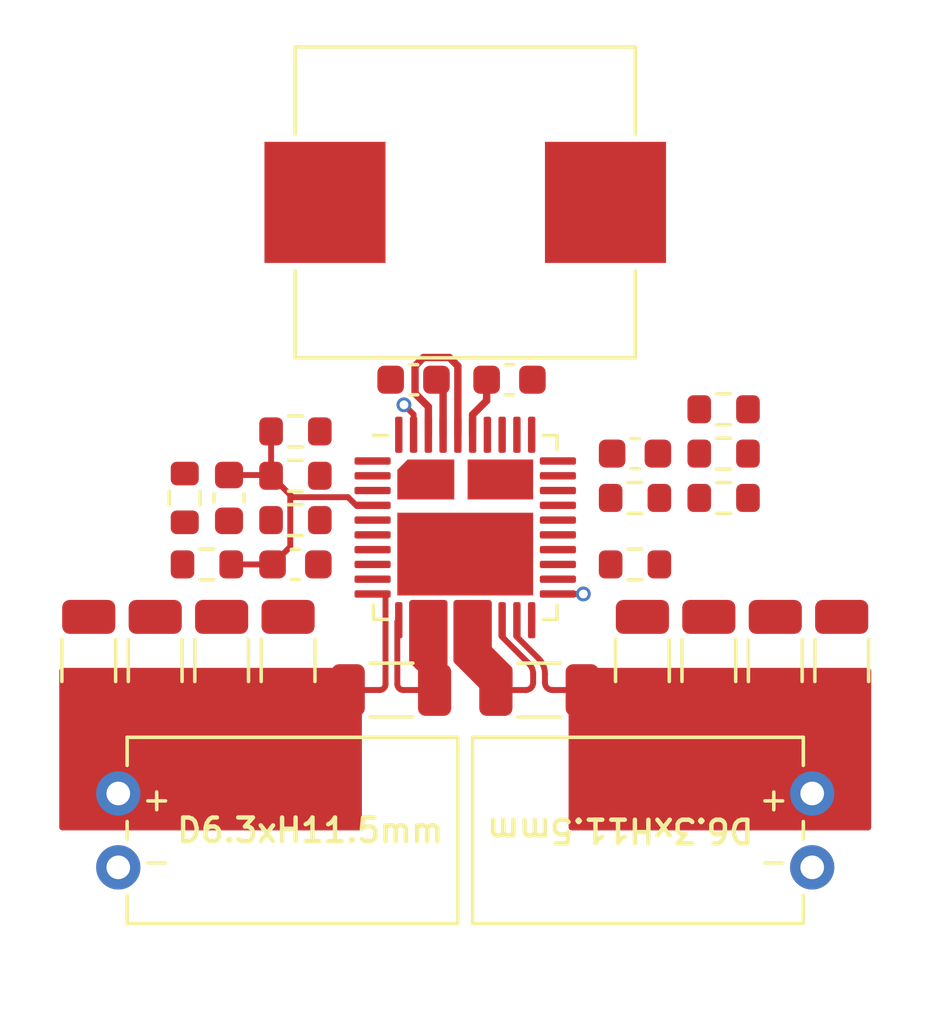
<source format=kicad_pcb>
(kicad_pcb (version 20221018) (generator pcbnew)
  (layers (0 "F.Cu" signal) (31 "B.Cu" signal) (34 "B.Paste" user) (35 "F.Paste" user) (36 "B.SilkS" user "B.Silkscreen") (37 "F.SilkS" user "F.Silkscreen") (38 "B.Mask" user) (39 "F.Mask" user) (44 "Edge.Cuts" user))
  (net 0 "")
  (net 1 "/SW1")
  (net 2 "/BT1")
  (net 3 "/SW2")
  (net 4 "/BT2")
  (net 5 "VINP")
  (net 6 "GND")
  (net 7 "VIN")
  (net 8 "/VINC")
  (net 9 "VOUT")
  (net 10 "Net-(C13-Pad1)")
  (net 11 "Net-(U1-NC-Pad31)")
  (net 12 "Net-(U1-VCC)")
  (net 13 "Net-(U1-FREQ)")
  (net 14 "Net-(U1-ILIM_O)")
  (net 15 "Net-(U1-COMP)")
  (net 16 "/FB")
  (net 17 "Net-(U1-ILIM_I)")
  (net 18 "+3V3")
  (net 19 "/INACT")
  (net 20 "Net-(U1-MODE)")
  (net 21 "/VPWM")
  (net 22 "Net-(U1-LD2)")
  (net 23 "/~{SC8903_EN}")
  (net 24 "VOUTP")
  (footprint "Inductor_SMD:L_Sunlord_MWSA1004S" (layer "F.Cu") (at 125 55.75 180)
    (fp_text reference "L1" hide)
    (fp_text value "6u8")
    (fp_line (start -5.76 -5.26) (end -5.76 -2.31) (stroke (width 0.12)) (layer "F.SilkS"))
    (fp_line (start -5.76 -5.26) (end 5.76 -5.26) (stroke (width 0.12)) (layer "F.SilkS"))
    (fp_line (start -5.76 5.26) (end -5.76 2.31) (stroke (width 0.12)) (layer "F.SilkS"))
    (fp_line (start -5.76 5.26) (end 5.76 5.26) (stroke (width 0.12)) (layer "F.SilkS"))
    (fp_line (start 5.76 -5.26) (end 5.76 -2.31) (stroke (width 0.12)) (layer "F.SilkS"))
    (fp_line (start 5.76 5.26) (end 5.76 2.31) (stroke (width 0.12)) (layer "F.SilkS"))
    (pad "1" smd rect (at -4.75 0 180) (size 4.1 4.1) (layers "F.Cu" "F.Paste" "F.Mask") (net 1 "/SW1"))
    (pad "2" smd rect (at 4.75 0 180) (size 4.1 4.1) (layers "F.Cu" "F.Paste" "F.Mask") (net 3 "/SW2"))
  )
  (footprint "Capacitor_SMD:C_0603_1608Metric" (layer "F.Cu") (at 117 65.75 90)
    (fp_text reference "C13" hide)
    (fp_text value "15n")
    (fp_line (start -0.14058 -0.51) (end 0.14058 -0.51) (stroke (width 0.12)) (layer "F.SilkS"))
    (fp_line (start -0.14058 0.51) (end 0.14058 0.51) (stroke (width 0.12)) (layer "F.SilkS"))
    (pad "1" smd roundrect (at -0.775 0 90) (size 0.9 0.95) (layers "F.Cu" "F.Paste" "F.Mask") (net 10 "Net-(C13-Pad1)"))
    (pad "2" smd roundrect (at 0.775 0 90) (size 0.9 0.95) (layers "F.Cu" "F.Paste" "F.Mask") (net 6 "GND"))
  )
  (footprint "Capacitor_SMD:C_0603_1608Metric" (layer "F.Cu") (at 119.25 68 180)
    (fp_text reference "C14" hide)
    (fp_text value "1u")
    (fp_line (start -0.14058 -0.51) (end 0.14058 -0.51) (stroke (width 0.12)) (layer "F.SilkS"))
    (fp_line (start -0.14058 0.51) (end 0.14058 0.51) (stroke (width 0.12)) (layer "F.SilkS"))
    (pad "1" smd roundrect (at -0.775 0 180) (size 0.9 0.95) (layers "F.Cu" "F.Paste" "F.Mask") (net 24 "VOUTP"))
    (pad "2" smd roundrect (at 0.775 0 180) (size 0.9 0.95) (layers "F.Cu" "F.Paste" "F.Mask") (net 6 "GND"))
  )
  (footprint "Capacitor_SMD:C_1206_3216Metric" (layer "F.Cu") (at 137.75 71.25 90)
    (fp_text reference "C6" hide)
    (fp_text value "10u")
    (fp_line (start -0.711252 -0.91) (end 0.711252 -0.91) (stroke (width 0.12)) (layer "F.SilkS"))
    (fp_line (start -0.711252 0.91) (end 0.711252 0.91) (stroke (width 0.12)) (layer "F.SilkS"))
    (pad "1" smd roundrect (at -1.475 0 90) (size 1.15 1.8) (layers "F.Cu" "F.Paste" "F.Mask") (roundrect_rratio 0.217391) (net 7 "VIN"))
    (pad "2" smd roundrect (at 1.475 0 90) (size 1.15 1.8) (layers "F.Cu" "F.Paste" "F.Mask") (roundrect_rratio 0.217391) (net 6 "GND"))
  )
  (footprint "Capacitor_SMD:C_1206_3216Metric" (layer "F.Cu") (at 135.5 71.25 90)
    (fp_text reference "C5" hide)
    (fp_text value "10u")
    (fp_line (start -0.711252 -0.91) (end 0.711252 -0.91) (stroke (width 0.12)) (layer "F.SilkS"))
    (fp_line (start -0.711252 0.91) (end 0.711252 0.91) (stroke (width 0.12)) (layer "F.SilkS"))
    (pad "1" smd roundrect (at -1.475 0 90) (size 1.15 1.8) (layers "F.Cu" "F.Paste" "F.Mask") (roundrect_rratio 0.217391) (net 7 "VIN"))
    (pad "2" smd roundrect (at 1.475 0 90) (size 1.15 1.8) (layers "F.Cu" "F.Paste" "F.Mask") (roundrect_rratio 0.217391) (net 6 "GND"))
  )
  (footprint "Resistor_SMD:R_0603_1608Metric" (layer "F.Cu") (at 116.25 68)
    (fp_text reference "R8" hide)
    (fp_text value "9k1")
    (fp_line (start -0.237258 -0.5225) (end 0.237258 -0.5225) (stroke (width 0.12)) (layer "F.SilkS"))
    (fp_line (start -0.237258 0.5225) (end 0.237258 0.5225) (stroke (width 0.12)) (layer "F.SilkS"))
    (pad "1" smd roundrect (at -0.825 0) (size 0.8 0.95) (layers "F.Cu" "F.Paste" "F.Mask") (net 16 "/FB"))
    (pad "2" smd roundrect (at 0.825 0) (size 0.8 0.95) (layers "F.Cu" "F.Paste" "F.Mask") (net 6 "GND"))
  )
  (footprint "Resistor_SMD:R_1206_3216Metric" (layer "F.Cu") (at 127.5 72.25 180)
    (fp_text reference "R3" hide)
    (fp_text value "5mR")
    (fp_line (start -0.727064 -0.91) (end 0.727064 -0.91) (stroke (width 0.12)) (layer "F.SilkS"))
    (fp_line (start -0.727064 0.91) (end 0.727064 0.91) (stroke (width 0.12)) (layer "F.SilkS"))
    (pad "1" smd roundrect (at -1.4625 0 180) (size 1.125 1.75) (layers "F.Cu" "F.Paste" "F.Mask") (roundrect_rratio 0.222222) (net 7 "VIN"))
    (pad "2" smd roundrect (at 1.4625 0 180) (size 1.125 1.75) (layers "F.Cu" "F.Paste" "F.Mask") (roundrect_rratio 0.222222) (net 5 "VINP"))
  )
  (footprint "Resistor_SMD:R_0603_1608Metric" (layer "F.Cu") (at 119.25 66.5 180)
    (fp_text reference "R6" hide)
    (fp_text value "15k")
    (fp_line (start -0.237258 -0.5225) (end 0.237258 -0.5225) (stroke (width 0.12)) (layer "F.SilkS"))
    (fp_line (start -0.237258 0.5225) (end 0.237258 0.5225) (stroke (width 0.12)) (layer "F.SilkS"))
    (pad "1" smd roundrect (at -0.825 0 180) (size 0.8 0.95) (layers "F.Cu" "F.Paste" "F.Mask") (net 15 "Net-(U1-COMP)"))
    (pad "2" smd roundrect (at 0.825 0 180) (size 0.8 0.95) (layers "F.Cu" "F.Paste" "F.Mask") (net 10 "Net-(C13-Pad1)"))
  )
  (footprint "Resistor_SMD:R_0603_1608Metric" (layer "F.Cu") (at 119.25 63.5 180)
    (fp_text reference "R2" hide)
    (fp_text value "0R")
    (fp_line (start -0.237258 -0.5225) (end 0.237258 -0.5225) (stroke (width 0.12)) (layer "F.SilkS"))
    (fp_line (start -0.237258 0.5225) (end 0.237258 0.5225) (stroke (width 0.12)) (layer "F.SilkS"))
    (pad "1" smd roundrect (at -0.825 0 180) (size 0.8 0.95) (layers "F.Cu" "F.Paste" "F.Mask") (net 13 "Net-(U1-FREQ)"))
    (pad "2" smd roundrect (at 0.825 0 180) (size 0.8 0.95) (layers "F.Cu" "F.Paste" "F.Mask") (net 6 "GND"))
  )
  (footprint "Resistor_SMD:R_0603_1608Metric" (layer "F.Cu") (at 115.5 65.75 -90)
    (fp_text reference "R7" hide)
    (fp_text value "160k")
    (fp_line (start -0.237258 -0.5225) (end 0.237258 -0.5225) (stroke (width 0.12)) (layer "F.SilkS"))
    (fp_line (start -0.237258 0.5225) (end 0.237258 0.5225) (stroke (width 0.12)) (layer "F.SilkS"))
    (pad "1" smd roundrect (at -0.825 0 270) (size 0.8 0.95) (layers "F.Cu" "F.Paste" "F.Mask") (net 9 "VOUT"))
    (pad "2" smd roundrect (at 0.825 0 270) (size 0.8 0.95) (layers "F.Cu" "F.Paste" "F.Mask") (net 16 "/FB"))
  )
  (footprint "Capacitor_SMD:C_0603_1608Metric" (layer "F.Cu") (at 126.5 61.75)
    (fp_text reference "C1" hide)
    (fp_text value "0u1")
    (fp_line (start -0.14058 -0.51) (end 0.14058 -0.51) (stroke (width 0.12)) (layer "F.SilkS"))
    (fp_line (start -0.14058 0.51) (end 0.14058 0.51) (stroke (width 0.12)) (layer "F.SilkS"))
    (pad "1" smd roundrect (at -0.775 0) (size 0.9 0.95) (layers "F.Cu" "F.Paste" "F.Mask") (net 1 "/SW1"))
    (pad "2" smd roundrect (at 0.775 0) (size 0.9 0.95) (layers "F.Cu" "F.Paste" "F.Mask") (net 2 "/BT1"))
  )
  (footprint "Capacitor_SMD:C_1206_3216Metric" (layer "F.Cu") (at 116.75 71.25 90)
    (fp_text reference "C9" hide)
    (fp_text value "10u")
    (fp_line (start -0.711252 -0.91) (end 0.711252 -0.91) (stroke (width 0.12)) (layer "F.SilkS"))
    (fp_line (start -0.711252 0.91) (end 0.711252 0.91) (stroke (width 0.12)) (layer "F.SilkS"))
    (pad "1" smd roundrect (at -1.475 0 90) (size 1.15 1.8) (layers "F.Cu" "F.Paste" "F.Mask") (roundrect_rratio 0.217391) (net 9 "VOUT"))
    (pad "2" smd roundrect (at 1.475 0 90) (size 1.15 1.8) (layers "F.Cu" "F.Paste" "F.Mask") (roundrect_rratio 0.217391) (net 6 "GND"))
  )
  (footprint "Resistor_SMD:R_0603_1608Metric" (layer "F.Cu") (at 130.75 65.75 180)
    (fp_text reference "R10" hide)
    (fp_text value "47k")
    (fp_line (start -0.237258 -0.5225) (end 0.237258 -0.5225) (stroke (width 0.12)) (layer "F.SilkS"))
    (fp_line (start -0.237258 0.5225) (end 0.237258 0.5225) (stroke (width 0.12)) (layer "F.SilkS"))
    (pad "1" smd roundrect (at -0.825 0 180) (size 0.8 0.95) (layers "F.Cu" "F.Paste" "F.Mask") (net 18 "+3V3"))
    (pad "2" smd roundrect (at 0.825 0 180) (size 0.8 0.95) (layers "F.Cu" "F.Paste" "F.Mask") (net 19 "/INACT"))
  )
  (footprint "Resistor_SMD:R_0603_1608Metric" (layer "F.Cu") (at 133.75 62.75)
    (fp_text reference "R12" hide)
    (fp_text value "200k")
    (fp_line (start -0.237258 -0.5225) (end 0.237258 -0.5225) (stroke (width 0.12)) (layer "F.SilkS"))
    (fp_line (start -0.237258 0.5225) (end 0.237258 0.5225) (stroke (width 0.12)) (layer "F.SilkS"))
    (pad "1" smd roundrect (at -0.825 0) (size 0.8 0.95) (layers "F.Cu" "F.Paste" "F.Mask") (net 21 "/VPWM"))
    (pad "2" smd roundrect (at 0.825 0) (size 0.8 0.95) (layers "F.Cu" "F.Paste" "F.Mask") (net 6 "GND"))
  )
  (footprint "Capacitor_SMD:C_0603_1608Metric" (layer "F.Cu") (at 130.75 64.25)
    (fp_text reference "C15" hide)
    (fp_text value "1u")
    (fp_line (start -0.14058 -0.51) (end 0.14058 -0.51) (stroke (width 0.12)) (layer "F.SilkS"))
    (fp_line (start -0.14058 0.51) (end 0.14058 0.51) (stroke (width 0.12)) (layer "F.SilkS"))
    (pad "1" smd roundrect (at -0.775 0) (size 0.9 0.95) (layers "F.Cu" "F.Paste" "F.Mask") (net 12 "Net-(U1-VCC)"))
    (pad "2" smd roundrect (at 0.775 0) (size 0.9 0.95) (layers "F.Cu" "F.Paste" "F.Mask") (net 6 "GND"))
  )
  (footprint "Resistor_SMD:R_1206_3216Metric" (layer "F.Cu") (at 122.5 72.25 180)
    (fp_text reference "R4" hide)
    (fp_text value "5mR")
    (fp_line (start -0.727064 -0.91) (end 0.727064 -0.91) (stroke (width 0.12)) (layer "F.SilkS"))
    (fp_line (start -0.727064 0.91) (end 0.727064 0.91) (stroke (width 0.12)) (layer "F.SilkS"))
    (pad "1" smd roundrect (at -1.4625 0 180) (size 1.125 1.75) (layers "F.Cu" "F.Paste" "F.Mask") (roundrect_rratio 0.222222) (net 24 "VOUTP"))
    (pad "2" smd roundrect (at 1.4625 0 180) (size 1.125 1.75) (layers "F.Cu" "F.Paste" "F.Mask") (roundrect_rratio 0.222222) (net 9 "VOUT"))
  )
  (footprint "AEX7 MOS:Cap_Al_D6.3xH11.5mm_Hor_Flip" (layer "F.Cu") (at 136.75 77 180)
    (fp_text reference "C11" hide)
    (fp_text value "220u, 35V")
    (fp_text user "D6.3xH11.5mm" (at 6.5 0 180 unlocked) (layer "F.SilkS") (effects (font (size 0.8 0.8))))
    (fp_line (start 0.3 -3.15) (end 0.3 -2.2) (stroke (width 0.12)) (layer "F.SilkS"))
    (fp_line (start 0.3 -3.15) (end 11.5 -3.15) (stroke (width 0.12)) (layer "F.SilkS"))
    (fp_line (start 0.3 -0.3) (end 0.3 0.3) (stroke (width 0.12)) (layer "F.SilkS"))
    (fp_line (start 0.3 3.15) (end 0.3 2.2) (stroke (width 0.12)) (layer "F.SilkS"))
    (fp_line (start 1.3 0.7) (end 1.3 1.3) (stroke (width 0.12)) (layer "F.SilkS"))
    (fp_line (start 1.6 -1.1) (end 1 -1.1) (stroke (width 0.12)) (layer "F.SilkS"))
    (fp_line (start 1.6 1) (end 1 1) (stroke (width 0.12)) (layer "F.SilkS"))
    (fp_line (start 11.5 -3.15) (end 11.5 3.15) (stroke (width 0.12)) (layer "F.SilkS"))
    (fp_line (start 11.5 3.15) (end 0.3 3.15) (stroke (width 0.12)) (layer "F.SilkS"))
    (pad "1" thru_hole circle (at 0 1.25) (size 1.5 1.5) (drill 0.8) (layers "*.Cu" "*.Mask") (net 7 "VIN"))
    (pad "2" thru_hole circle (at 0 -1.25) (size 1.5 1.5) (drill 0.8) (layers "*.Cu" "*.Mask") (net 6 "GND"))
  )
  (footprint "Resistor_SMD:R_0603_1608Metric" (layer "F.Cu") (at 133.75 65.75)
    (fp_text reference "R9" hide)
    (fp_text value "47k")
    (fp_line (start -0.237258 -0.5225) (end 0.237258 -0.5225) (stroke (width 0.12)) (layer "F.SilkS"))
    (fp_line (start -0.237258 0.5225) (end 0.237258 0.5225) (stroke (width 0.12)) (layer "F.SilkS"))
    (pad "1" smd roundrect (at -0.825 0) (size 0.8 0.95) (layers "F.Cu" "F.Paste" "F.Mask") (net 17 "Net-(U1-ILIM_I)"))
    (pad "2" smd roundrect (at 0.825 0) (size 0.8 0.95) (layers "F.Cu" "F.Paste" "F.Mask") (net 6 "GND"))
  )
  (footprint "Resistor_SMD:R_0603_1608Metric" (layer "F.Cu") (at 133.75 64.25)
    (fp_text reference "R11" hide)
    (fp_text value "NC")
    (fp_line (start -0.237258 -0.5225) (end 0.237258 -0.5225) (stroke (width 0.12)) (layer "F.SilkS"))
    (fp_line (start -0.237258 0.5225) (end 0.237258 0.5225) (stroke (width 0.12)) (layer "F.SilkS"))
    (pad "1" smd roundrect (at -0.825 0) (size 0.8 0.95) (layers "F.Cu" "F.Paste" "F.Mask") (net 20 "Net-(U1-MODE)"))
    (pad "2" smd roundrect (at 0.825 0) (size 0.8 0.95) (layers "F.Cu" "F.Paste" "F.Mask") (net 6 "GND"))
  )
  (footprint "Capacitor_SMD:C_1206_3216Metric" (layer "F.Cu") (at 112.25 71.25 90)
    (fp_text reference "C7" hide)
    (fp_text value "10u")
    (fp_line (start -0.711252 -0.91) (end 0.711252 -0.91) (stroke (width 0.12)) (layer "F.SilkS"))
    (fp_line (start -0.711252 0.91) (end 0.711252 0.91) (stroke (width 0.12)) (layer "F.SilkS"))
    (pad "1" smd roundrect (at -1.475 0 90) (size 1.15 1.8) (layers "F.Cu" "F.Paste" "F.Mask") (roundrect_rratio 0.217391) (net 9 "VOUT"))
    (pad "2" smd roundrect (at 1.475 0 90) (size 1.15 1.8) (layers "F.Cu" "F.Paste" "F.Mask") (roundrect_rratio 0.217391) (net 6 "GND"))
  )
  (footprint "Capacitor_SMD:C_0603_1608Metric" (layer "F.Cu") (at 123.25 61.75)
    (fp_text reference "C2" hide)
    (fp_text value "0u1")
    (fp_line (start -0.14058 -0.51) (end 0.14058 -0.51) (stroke (width 0.12)) (layer "F.SilkS"))
    (fp_line (start -0.14058 0.51) (end 0.14058 0.51) (stroke (width 0.12)) (layer "F.SilkS"))
    (pad "1" smd roundrect (at -0.775 0) (size 0.9 0.95) (layers "F.Cu" "F.Paste" "F.Mask") (net 3 "/SW2"))
    (pad "2" smd roundrect (at 0.775 0) (size 0.9 0.95) (layers "F.Cu" "F.Paste" "F.Mask") (net 4 "/BT2"))
  )
  (footprint "Capacitor_SMD:C_1206_3216Metric" (layer "F.Cu") (at 114.5 71.25 90)
    (fp_text reference "C8" hide)
    (fp_text value "10u")
    (fp_line (start -0.711252 -0.91) (end 0.711252 -0.91) (stroke (width 0.12)) (layer "F.SilkS"))
    (fp_line (start -0.711252 0.91) (end 0.711252 0.91) (stroke (width 0.12)) (layer "F.SilkS"))
    (pad "1" smd roundrect (at -1.475 0 90) (size 1.15 1.8) (layers "F.Cu" "F.Paste" "F.Mask") (roundrect_rratio 0.217391) (net 9 "VOUT"))
    (pad "2" smd roundrect (at 1.475 0 90) (size 1.15 1.8) (layers "F.Cu" "F.Paste" "F.Mask") (roundrect_rratio 0.217391) (net 6 "GND"))
  )
  (footprint "AEX7 Others:QFN-40L(SC8903)" (layer "F.Cu") (at 125 66.75)
    (fp_text reference "U1" hide)
    (fp_text value "SC8903")
    (fp_line (start -3.11 3.11) (end -3.11 2.635) (stroke (width 0.12)) (layer "F.SilkS"))
    (fp_line (start -2.635 -3.11) (end -3.11 -3.11) (stroke (width 0.12)) (layer "F.SilkS"))
    (fp_line (start -2.635 3.11) (end -3.11 3.11) (stroke (width 0.12)) (layer "F.SilkS"))
    (fp_line (start 2.635 -3.11) (end 3.11 -3.11) (stroke (width 0.12)) (layer "F.SilkS"))
    (fp_line (start 2.635 3.11) (end 3.11 3.11) (stroke (width 0.12)) (layer "F.SilkS"))
    (fp_line (start 3.11 -3.11) (end 3.11 -2.635) (stroke (width 0.12)) (layer "F.SilkS"))
    (fp_line (start 3.11 3.11) (end 3.11 2.635) (stroke (width 0.12)) (layer "F.SilkS"))
    (pad "1" smd roundrect (at -3.1375 -2.25) (size 1.225 0.25) (layers "F.Cu" "F.Paste" "F.Mask") (net 3 "/SW2"))
    (pad "1" smd custom (at -1.335 -1.625) (size 1 1) (layers "F.Cu" "F.Paste" "F.Mask") (net 3 "/SW2") (options (clearance outline) (anchor rect)) (primitives (gr_poly (pts (xy 0.965 0.675) (xy -0.965 0.675) (xy -0.965 -0.325) (xy -0.615 -0.675) (xy 0.965 -0.675)) (width 0) (fill yes))))
    (pad "2" smd roundrect (at -3.1375 -1.75) (size 1.225 0.25) (layers "F.Cu" "F.Paste" "F.Mask") (net 3 "/SW2"))
    (pad "3" smd roundrect (at -3.1375 -1.25) (size 1.225 0.25) (layers "F.Cu" "F.Paste" "F.Mask") (net 13 "Net-(U1-FREQ)"))
    (pad "4" smd roundrect (at -3.1375 -0.75) (size 1.225 0.25) (layers "F.Cu" "F.Paste" "F.Mask") (net 6 "GND"))
    (pad "5" smd roundrect (at -3.1375 -0.25) (size 1.225 0.25) (layers "F.Cu" "F.Paste" "F.Mask") (net 11 "Net-(U1-NC-Pad31)"))
    (pad "6" smd roundrect (at -3.1375 0.25) (size 1.225 0.25) (layers "F.Cu" "F.Paste" "F.Mask") (net 14 "Net-(U1-ILIM_O)"))
    (pad "7" smd roundrect (at -3.1375 0.75) (size 1.225 0.25) (layers "F.Cu" "F.Paste" "F.Mask") (net 15 "Net-(U1-COMP)"))
    (pad "8" smd roundrect (at -3.1375 1.25) (size 1.225 0.25) (layers "F.Cu" "F.Paste" "F.Mask") (net 16 "/FB"))
    (pad "9" smd roundrect (at -3.1375 1.75) (size 1.225 0.25) (layers "F.Cu" "F.Paste" "F.Mask") (net 24 "VOUTP"))
    (pad "10" smd roundrect (at -3.1375 2.25) (size 1.225 0.25) (layers "F.Cu" "F.Paste" "F.Mask") (net 9 "VOUT"))
    (pad "11" smd roundrect (at -2.25 3.1375) (size 0.25 1.225) (layers "F.Cu" "F.Paste" "F.Mask") (net 24 "VOUTP"))
    (pad "12" smd roundrect (at -1.75 3.1375) (size 0.25 1.225) (layers "F.Cu" "F.Paste" "F.Mask") (net 24 "VOUTP"))
    (pad "13" smd roundrect (at -1.25 3.1375) (size 0.25 1.225) (layers "F.Cu" "F.Paste" "F.Mask") (net 24 "VOUTP"))
    (pad "14" smd roundrect (at -0.75 3.1375) (size 0.25 1.225) (layers "F.Cu" "F.Paste" "F.Mask") (net 24 "VOUTP"))
    (pad "15" smd roundrect (at -0.25 3.1375) (size 0.25 1.225) (layers "F.Cu" "F.Paste" "F.Mask") (net 5 "VINP"))
    (pad "16" smd roundrect (at 0.25 3.1375) (size 0.25 1.225) (layers "F.Cu" "F.Paste" "F.Mask") (net 5 "VINP"))
    (pad "17" smd roundrect (at 0.75 3.1375) (size 0.25 1.225) (layers "F.Cu" "F.Paste" "F.Mask") (net 5 "VINP"))
    (pad "18" smd roundrect (at 1.25 3.1375) (size 0.25 1.225) (layers "F.Cu" "F.Paste" "F.Mask") (net 5 "VINP"))
    (pad "19" smd roundrect (at 1.75 3.1375) (size 0.25 1.225) (layers "F.Cu" "F.Paste" "F.Mask") (net 7 "VIN"))
    (pad "20" smd rect (at 0 0.9) (size 4.6 2.8) (layers "F.Cu" "F.Paste" "F.Mask") (net 6 "GND"))
    (pad "20" smd roundrect (at 2.25 3.1375) (size 0.25 1.225) (layers "F.Cu" "F.Paste" "F.Mask") (net 6 "GND"))
    (pad "21" smd roundrect (at 3.1375 2.25) (size 1.225 0.25) (layers "F.Cu" "F.Paste" "F.Mask") (net 23 "/~{SC8903_EN}"))
    (pad "22" smd roundrect (at 3.1375 1.75) (size 1.225 0.25) (layers "F.Cu" "F.Paste" "F.Mask") (net 8 "/VINC"))
    (pad "23" smd roundrect (at 3.1375 1.25) (size 1.225 0.25) (layers "F.Cu" "F.Paste" "F.Mask") (net 6 "GND"))
    (pad "24" smd roundrect (at 3.1375 0.75) (size 1.225 0.25) (layers "F.Cu" "F.Paste" "F.Mask") (net 6 "GND"))
    (pad "25" smd roundrect (at 3.1375 0.25) (size 1.225 0.25) (layers "F.Cu" "F.Paste" "F.Mask") (net 6 "GND"))
    (pad "26" smd roundrect (at 3.1375 -0.25) (size 1.225 0.25) (layers "F.Cu" "F.Paste" "F.Mask") (net 6 "GND"))
    (pad "27" smd roundrect (at 3.1375 -0.75) (size 1.225 0.25) (layers "F.Cu" "F.Paste" "F.Mask") (net 17 "Net-(U1-ILIM_I)"))
    (pad "28" smd roundrect (at 3.1375 -1.25) (size 1.225 0.25) (layers "F.Cu" "F.Paste" "F.Mask") (net 19 "/INACT"))
    (pad "29" smd roundrect (at 3.1375 -1.75) (size 1.225 0.25) (layers "F.Cu" "F.Paste" "F.Mask") (net 20 "Net-(U1-MODE)"))
    (pad "30" smd roundrect (at 3.1375 -2.25) (size 1.225 0.25) (layers "F.Cu" "F.Paste" "F.Mask") (net 12 "Net-(U1-VCC)"))
    (pad "31" smd roundrect (at 2.25 -3.1375) (size 0.25 1.225) (layers "F.Cu" "F.Paste" "F.Mask") (net 11 "Net-(U1-NC-Pad31)"))
    (pad "32" smd roundrect (at 1.75 -3.1375) (size 0.25 1.225) (layers "F.Cu" "F.Paste" "F.Mask") (net 2 "/BT1"))
    (pad "33" smd rect (at 1.19 -1.625) (size 2.22 1.35) (layers "F.Cu" "F.Paste" "F.Mask") (net 1 "/SW1"))
    (pad "33" smd roundrect (at 1.25 -3.1375) (size 0.25 1.225) (layers "F.Cu" "F.Paste" "F.Mask") (net 1 "/SW1"))
    (pad "34" smd roundrect (at 0.75 -3.1375) (size 0.25 1.225) (layers "F.Cu" "F.Paste" "F.Mask") (net 1 "/SW1"))
    (pad "35" smd roundrect (at 0.25 -3.1375) (size 0.25 1.225) (layers "F.Cu" "F.Paste" "F.Mask") (net 1 "/SW1"))
    (pad "36" smd roundrect (at -0.25 -3.1375) (size 0.25 1.225) (layers "F.Cu" "F.Paste" "F.Mask") (net 22 "Net-(U1-LD2)"))
    (pad "37" smd roundrect (at -0.75 -3.1375) (size 0.25 1.225) (layers "F.Cu" "F.Paste" "F.Mask") (net 4 "/BT2"))
    (pad "38" smd roundrect (at -1.25 -3.1375) (size 0.25 1.225) (layers "F.Cu" "F.Paste" "F.Mask") (net 22 "Net-(U1-LD2)"))
    (pad "39" smd roundrect (at -1.75 -3.1375) (size 0.25 1.225) (layers "F.Cu" "F.Paste" "F.Mask") (net 21 "/VPWM"))
    (pad "40" smd roundrect (at -2.25 -3.1375) (size 0.25 1.225) (layers "F.Cu" "F.Paste" "F.Mask") (net 3 "/SW2"))
  )
  (footprint "Resistor_SMD:R_0603_1608Metric" (layer "F.Cu") (at 119.25 65 180)
    (fp_text reference "R5" hide)
    (fp_text value "47k")
    (fp_line (start -0.237258 -0.5225) (end 0.237258 -0.5225) (stroke (width 0.12)) (layer "F.SilkS"))
    (fp_line (start -0.237258 0.5225) (end 0.237258 0.5225) (stroke (width 0.12)) (layer "F.SilkS"))
    (pad "1" smd roundrect (at -0.825 0 180) (size 0.8 0.95) (layers "F.Cu" "F.Paste" "F.Mask") (net 14 "Net-(U1-ILIM_O)"))
    (pad "2" smd roundrect (at 0.825 0 180) (size 0.8 0.95) (layers "F.Cu" "F.Paste" "F.Mask") (net 6 "GND"))
  )
  (footprint "AEX7 MOS:Cap_Al_D6.3xH11.5mm_Hor" (layer "F.Cu") (at 113.25 77)
    (fp_text reference "C16" hide)
    (fp_text value "220u, 35V")
    (fp_text user "D6.3xH11.5mm" (at 6.5 0 unlocked) (layer "F.SilkS") (effects (font (size 0.8 0.8))))
    (fp_line (start 0.3 -3.15) (end 0.3 -2.2) (stroke (width 0.12)) (layer "F.SilkS"))
    (fp_line (start 0.3 -3.15) (end 11.5 -3.15) (stroke (width 0.12)) (layer "F.SilkS"))
    (fp_line (start 0.3 -0.3) (end 0.3 0.3) (stroke (width 0.12)) (layer "F.SilkS"))
    (fp_line (start 0.3 3.15) (end 0.3 2.2) (stroke (width 0.12)) (layer "F.SilkS"))
    (fp_line (start 1 -1) (end 1.6 -1) (stroke (width 0.12)) (layer "F.SilkS"))
    (fp_line (start 1 1.1) (end 1.6 1.1) (stroke (width 0.12)) (layer "F.SilkS"))
    (fp_line (start 1.3 -0.7) (end 1.3 -1.3) (stroke (width 0.12)) (layer "F.SilkS"))
    (fp_line (start 11.5 -3.15) (end 11.5 3.15) (stroke (width 0.12)) (layer "F.SilkS"))
    (fp_line (start 11.5 3.15) (end 0.3 3.15) (stroke (width 0.12)) (layer "F.SilkS"))
    (pad "1" thru_hole circle (at 0 -1.25) (size 1.5 1.5) (drill 0.8) (layers "*.Cu" "*.Mask") (net 9 "VOUT"))
    (pad "2" thru_hole circle (at 0 1.25) (size 1.5 1.5) (drill 0.8) (layers "*.Cu" "*.Mask") (net 6 "GND"))
  )
  (footprint "Resistor_SMD:R_0603_1608Metric" (layer "F.Cu") (at 130.75 68 180)
    (fp_text reference "R1" hide)
    (fp_text value "200k")
    (fp_line (start -0.237258 -0.5225) (end 0.237258 -0.5225) (stroke (width 0.12)) (layer "F.SilkS"))
    (fp_line (start -0.237258 0.5225) (end 0.237258 0.5225) (stroke (width 0.12)) (layer "F.SilkS"))
    (pad "1" smd roundrect (at -0.825 0 180) (size 0.8 0.95) (layers "F.Cu" "F.Paste" "F.Mask") (net 5 "VINP"))
    (pad "2" smd roundrect (at 0.825 0 180) (size 0.8 0.95) (layers "F.Cu" "F.Paste" "F.Mask") (net 8 "/VINC"))
  )
  (footprint "Capacitor_SMD:C_1206_3216Metric" (layer "F.Cu") (at 131 71.25 90)
    (fp_text reference "C3" hide)
    (fp_text value "10u")
    (fp_line (start -0.711252 -0.91) (end 0.711252 -0.91) (stroke (width 0.12)) (layer "F.SilkS"))
    (fp_line (start -0.711252 0.91) (end 0.711252 0.91) (stroke (width 0.12)) (layer "F.SilkS"))
    (pad "1" smd roundrect (at -1.475 0 90) (size 1.15 1.8) (layers "F.Cu" "F.Paste" "F.Mask") (roundrect_rratio 0.217391) (net 7 "VIN"))
    (pad "2" smd roundrect (at 1.475 0 90) (size 1.15 1.8) (layers "F.Cu" "F.Paste" "F.Mask") (roundrect_rratio 0.217391) (net 6 "GND"))
  )
  (footprint "Capacitor_SMD:C_1206_3216Metric" (layer "F.Cu") (at 119 71.25 90)
    (fp_text reference "C10" hide)
    (fp_text value "10u")
    (fp_line (start -0.711252 -0.91) (end 0.711252 -0.91) (stroke (width 0.12)) (layer "F.SilkS"))
    (fp_line (start -0.711252 0.91) (end 0.711252 0.91) (stroke (width 0.12)) (layer "F.SilkS"))
    (pad "1" smd roundrect (at -1.475 0 90) (size 1.15 1.8) (layers "F.Cu" "F.Paste" "F.Mask") (roundrect_rratio 0.217391) (net 9 "VOUT"))
    (pad "2" smd roundrect (at 1.475 0 90) (size 1.15 1.8) (layers "F.Cu" "F.Paste" "F.Mask") (roundrect_rratio 0.217391) (net 6 "GND"))
  )
  (footprint "Capacitor_SMD:C_1206_3216Metric" (layer "F.Cu") (at 133.25 71.25 90)
    (fp_text reference "C4" hide)
    (fp_text value "10u")
    (fp_line (start -0.711252 -0.91) (end 0.711252 -0.91) (stroke (width 0.12)) (layer "F.SilkS"))
    (fp_line (start -0.711252 0.91) (end 0.711252 0.91) (stroke (width 0.12)) (layer "F.SilkS"))
    (pad "1" smd roundrect (at -1.475 0 90) (size 1.15 1.8) (layers "F.Cu" "F.Paste" "F.Mask") (roundrect_rratio 0.217391) (net 7 "VIN"))
    (pad "2" smd roundrect (at 1.475 0 90) (size 1.15 1.8) (layers "F.Cu" "F.Paste" "F.Mask") (roundrect_rratio 0.217391) (net 6 "GND"))
  )
  (segment (start 125.25 63.6125) (end 125.25 62.93125) (width 0.25) (layer "F.Cu") (net 1))
  (segment (start 125.25 62.93125) (end 125.725 62.45625) (width 0.25) (layer "F.Cu") (net 1))
  (segment (start 125.725 62.45625) (end 125.725 61.75) (width 0.25) (layer "F.Cu") (net 1))
  (segment (start 124.25 63.6125) (end 124.25 61.975) (width 0.25) (layer "F.Cu") (net 4))
  (segment (start 124.25 61.975) (end 124.025 61.75) (width 0.25) (layer "F.Cu") (net 4))
  (segment locked (start 126.25 70.45) (end 127.158578 71.358578) (width 0.2) (layer "F.Cu") (net 5))
  (segment locked (start 127.3 71.7) (end 127.3 72) (width 0.2) (layer "F.Cu") (net 5))
  (segment locked (start 127.05 72.25) (end 126.0375 72.25) (width 0.2) (layer "F.Cu") (net 5))
  (segment locked (start 126.25 69.8875) (end 126.25 70.45) (width 0.2) (layer "F.Cu") (net 5))
  (arc locked (start 127.3 72) (mid 127.226777 72.176777) (end 127.05 72.25) (width 0.2) (layer "F.Cu") (net 5))
  (arc locked (start 127.158578 71.358578) (mid 127.263245 71.515223) (end 127.3 71.7) (width 0.2) (layer "F.Cu") (net 5))
  (segment (start 119.075 65.65) (end 118.425 65) (width 0.2) (layer "F.Cu") (net 6))
  (segment (start 118.475 68) (end 117.075 68) (width 0.2) (layer "F.Cu") (net 6))
  (segment (start 121.031326 65.725) (end 121.306326 66) (width 0.2) (layer "F.Cu") (net 6))
  (segment (start 119.075 65.65) (end 119.15 65.725) (width 0.2) (layer "F.Cu") (net 6))
  (segment (start 119.15 65.725) (end 121.031326 65.725) (width 0.2) (layer "F.Cu") (net 6))
  (segment (start 118.475 68) (end 119.075 67.4) (width 0.2) (layer "F.Cu") (net 6))
  (segment (start 121.306326 66) (end 121.8625 66) (width 0.2) (layer "F.Cu") (net 6))
  (segment (start 119.075 67.4) (end 119.075 65.65) (width 0.2) (layer "F.Cu") (net 6))
  (segment (start 118.425 63.5) (end 118.425 65) (width 0.2) (layer "F.Cu") (net 6))
  (segment (start 117 64.975) (end 118.364645 64.975) (width 0.2) (layer "F.Cu") (net 6))
  (arc (start 118.364645 64.975) (mid 118.397308 64.981497) (end 118.425 65) (width 0.2) (layer "F.Cu") (net 6))
  (segment locked (start 127.95 72.25) (end 128.9625 72.25) (width 0.2) (layer "F.Cu") (net 7))
  (segment locked (start 127.7 71.7) (end 127.7 72) (width 0.2) (layer "F.Cu") (net 7))
  (segment locked (start 126.75 70.45) (end 127.487868 71.187868) (width 0.2) (layer "F.Cu") (net 7))
  (segment locked (start 126.75 69.8875) (end 126.75 70.45) (width 0.2) (layer "F.Cu") (net 7))
  (arc locked (start 127.487868 71.187868) (mid 127.644868 71.422835) (end 127.7 71.7) (width 0.2) (layer "F.Cu") (net 7))
  (arc locked (start 127.7 72) (mid 127.773223 72.176777) (end 127.95 72.25) (width 0.2) (layer "F.Cu") (net 7))
  (segment locked (start 121.0375 72.25) (end 122.1 72.25) (width 0.2) (layer "F.Cu") (net 9))
  (segment locked (start 122.3 69) (end 121.8625 69) (width 0.2) (layer "F.Cu") (net 9))
  (segment locked (start 122.3 72.05) (end 122.3 69) (width 0.2) (layer "F.Cu") (net 9))
  (arc locked (start 122.1 72.25) (mid 122.241421 72.191421) (end 122.3 72.05) (width 0.2) (layer "F.Cu") (net 9))
  (segment (start 123.25 63.6125) (end 123.25 62.925) (width 0.2) (layer "F.Cu") (net 21))
  (segment (start 123.25 62.925) (end 122.925 62.6) (width 0.2) (layer "F.Cu") (net 21))
  (via (at 122.925 62.6) (size 0.5) (drill 0.3) (layers "F.Cu" "B.Cu") (net 21))
  (segment (start 124.75 61.286658) (end 124.463342 61) (width 0.25) (layer "F.Cu") (net 22))
  (segment (start 123.3 62.213342) (end 123.75 62.663342) (width 0.25) (layer "F.Cu") (net 22))
  (segment (start 124.75 63.6125) (end 124.75 61.286658) (width 0.25) (layer "F.Cu") (net 22))
  (segment (start 123.3 61.286658) (end 123.3 62.213342) (width 0.25) (layer "F.Cu") (net 22))
  (segment (start 123.75 62.663342) (end 123.75 63.6125) (width 0.25) (layer "F.Cu") (net 22))
  (segment (start 124.463342 61) (end 123.586658 61) (width 0.25) (layer "F.Cu") (net 22))
  (segment (start 123.586658 61) (end 123.3 61.286658) (width 0.25) (layer "F.Cu") (net 22))
  (segment (start 128.1375 69) (end 129 69) (width 0.2) (layer "F.Cu") (net 23))
  (via (at 129 69) (size 0.5) (drill 0.3) (layers "F.Cu" "B.Cu") (net 23))
  (segment locked (start 123.9625 72.25) (end 122.9 72.25) (width 0.2) (layer "F.Cu") (net 24))
  (segment locked (start 122.7 69.9375) (end 122.75 69.8875) (width 0.2) (layer "F.Cu") (net 24))
  (segment locked (start 122.7 72.05) (end 122.7 69.9375) (width 0.2) (layer "F.Cu") (net 24))
  (arc locked (start 122.9 72.25) (mid 122.758579 72.191421) (end 122.7 72.05) (width 0.2) (layer "F.Cu") (net 24))
  (zone (net 9) (net_name "VOUT") (layer "F.Cu") (priority 4) (connect_pads yes (clearance 0.15)) (min_thickness 0.2) (fill yes (thermal_gap 0.5) (thermal_bridge_width 0.5))
    (polygon (pts (xy 121.5 71.5) (xy 111.25 71.5) (xy 111.25 77) (xy 121.5 77)))
  )
  (zone (net 24) (net_name "VOUTP") (layer "F.Cu") (priority 5) (connect_pads yes (clearance 0.15)) (min_thickness 0.2) (fill yes (thermal_gap 0.5) (thermal_bridge_width 0.5))
    (polygon (pts (xy 123.1 69.2) (xy 123.1 71.3) (xy 123.4 71.6) (xy 124.4 71.6) (xy 124.4 69.2)))
  )
  (zone (net 5) (net_name "VINP") (layer "F.Cu") (priority 4) (connect_pads yes (clearance 0.15)) (min_thickness 0.2) (fill yes (thermal_gap 0.5) (thermal_bridge_width 0.5))
    (polygon (pts (xy 124.6 69.2) (xy 124.6 71.3) (xy 125.5 72.2) (xy 126.6 72.2) (xy 126.6 71.5) (xy 125.9 70.8) (xy 125.9 69.2)))
  )
  (zone (net 7) (net_name "VIN") (layer "F.Cu") (priority 4) (connect_pads yes (clearance 0.15)) (min_thickness 0.2) (fill yes (thermal_gap 0.5) (thermal_bridge_width 0.5))
    (polygon (pts (xy 138.75 71.5) (xy 128.5 71.5) (xy 128.5 77) (xy 138.75 77)))
  )
)
</source>
